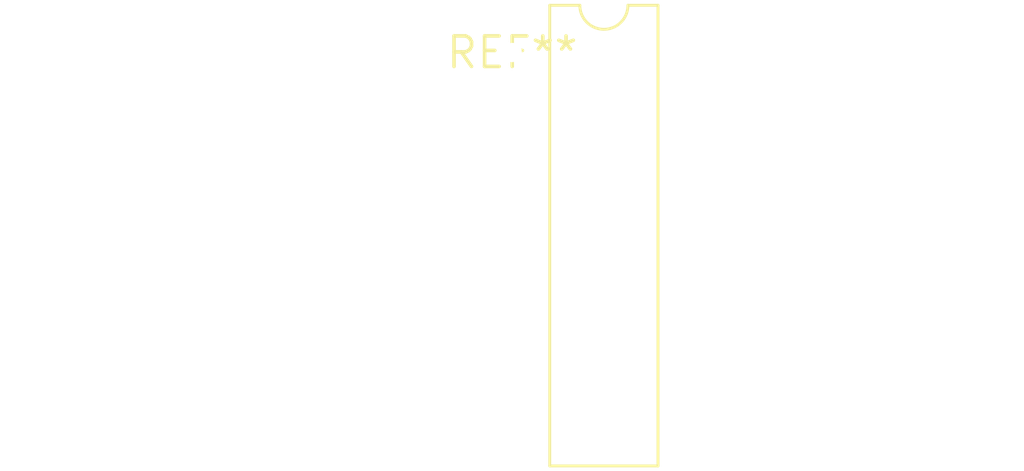
<source format=kicad_pcb>
(kicad_pcb (version 20240108) (generator pcbnew)
  (layers (0 "F.Cu" signal) (31 "B.Cu" signal) (34 "B.Paste" user) (35 "F.Paste" user) (36 "B.SilkS" user "B.Silkscreen") (37 "F.SilkS" user "F.Silkscreen") (38 "B.Mask" user) (39 "F.Mask" user) (44 "Edge.Cuts" user))
  (net 0 "")
  (footprint "CERDIP-14_W7.62mm_SideBrazed_LongPads" (layer "F.Cu") (at 0 0)
    (property "Reference" "REF**")
    (property "Value" "CERDIP-14_W7.62mm_SideBrazed_LongPads")
    (fp_line (start 1.56 -1.965) (end 1.56 17.205) (layer "F.SilkS") (stroke (width 0.12)))
    (fp_line (start 1.56 17.205) (end 6.06 17.205) (layer "F.SilkS") (stroke (width 0.12)))
    (fp_line (start 2.81 -1.965) (end 1.56 -1.965) (layer "F.SilkS") (stroke (width 0.12)))
    (fp_line (start 6.06 -1.965) (end 4.81 -1.965) (layer "F.SilkS") (stroke (width 0.12)))
    (fp_line (start 6.06 17.205) (end 6.06 -1.965) (layer "F.SilkS") (stroke (width 0.12)))
    (fp_arc (start 4.81 -1.965) (mid 3.81 -0.965) (end 2.81 -1.965) (layer "F.SilkS") (stroke (width 0.12)))
    (pad "1" thru_hole rect (at 0 0) (size 2.4 1.6) (drill 0.8) (layers *.Cu *.Mask) (remove_unused_layers))
    (pad "2" thru_hole oval (at 0 2.54) (size 2.4 1.6) (drill 0.8) (layers *.Cu *.Mask) (remove_unused_layers))
    (pad "3" thru_hole oval (at 0 5.08) (size 2.4 1.6) (drill 0.8) (layers *.Cu *.Mask) (remove_unused_layers))
    (pad "4" thru_hole oval (at 0 7.62) (size 2.4 1.6) (drill 0.8) (layers *.Cu *.Mask) (remove_unused_layers))
    (pad "5" thru_hole oval (at 0 10.16) (size 2.4 1.6) (drill 0.8) (layers *.Cu *.Mask) (remove_unused_layers))
    (pad "6" thru_hole oval (at 0 12.7) (size 2.4 1.6) (drill 0.8) (layers *.Cu *.Mask) (remove_unused_layers))
    (pad "7" thru_hole oval (at 0 15.24) (size 2.4 1.6) (drill 0.8) (layers *.Cu *.Mask) (remove_unused_layers))
    (pad "8" thru_hole oval (at 7.62 15.24) (size 2.4 1.6) (drill 0.8) (layers *.Cu *.Mask) (remove_unused_layers))
    (pad "9" thru_hole oval (at 7.62 12.7) (size 2.4 1.6) (drill 0.8) (layers *.Cu *.Mask) (remove_unused_layers))
    (pad "10" thru_hole oval (at 7.62 10.16) (size 2.4 1.6) (drill 0.8) (layers *.Cu *.Mask) (remove_unused_layers))
    (pad "11" thru_hole oval (at 7.62 7.62) (size 2.4 1.6) (drill 0.8) (layers *.Cu *.Mask) (remove_unused_layers))
    (pad "12" thru_hole oval (at 7.62 5.08) (size 2.4 1.6) (drill 0.8) (layers *.Cu *.Mask) (remove_unused_layers))
    (pad "13" thru_hole oval (at 7.62 2.54) (size 2.4 1.6) (drill 0.8) (layers *.Cu *.Mask) (remove_unused_layers))
    (pad "14" thru_hole oval (at 7.62 0) (size 2.4 1.6) (drill 0.8) (layers *.Cu *.Mask) (remove_unused_layers))
  )
)
</source>
